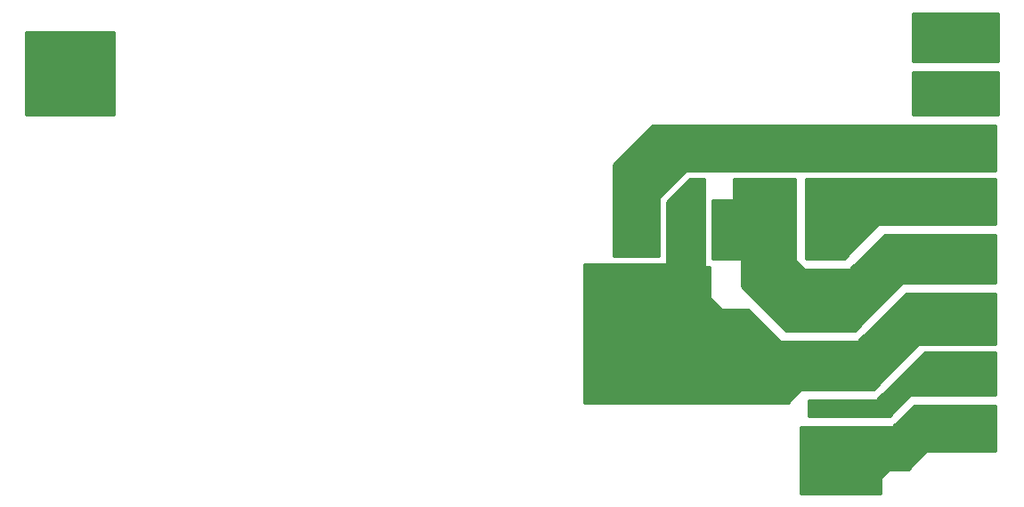
<source format=gbp>
G04 #@! TF.GenerationSoftware,KiCad,Pcbnew,5.0.2-bee76a0~70~ubuntu18.04.1*
G04 #@! TF.CreationDate,2019-10-06T12:15:49+09:00*
G04 #@! TF.ProjectId,MRR_ESPE,4d52525f-4553-4504-952e-6b696361645f,v0.5*
G04 #@! TF.SameCoordinates,Original*
G04 #@! TF.FileFunction,Paste,Bot*
G04 #@! TF.FilePolarity,Positive*
%FSLAX46Y46*%
G04 Gerber Fmt 4.6, Leading zero omitted, Abs format (unit mm)*
G04 Created by KiCad (PCBNEW 5.0.2-bee76a0~70~ubuntu18.04.1) date Sun 06 Oct 2019 12:15:49 PM JST*
%MOMM*%
%LPD*%
G01*
G04 APERTURE LIST*
%ADD10C,0.254000*%
G04 APERTURE END LIST*
D10*
G36*
X52959000Y-67183000D02*
X44577000Y-67183000D01*
X44577000Y-59309000D01*
X52959000Y-59309000D01*
X52959000Y-67183000D01*
X52959000Y-67183000D01*
G37*
X52959000Y-67183000D02*
X44577000Y-67183000D01*
X44577000Y-59309000D01*
X52959000Y-59309000D01*
X52959000Y-67183000D01*
G36*
X136779000Y-99187000D02*
X130302000Y-99187000D01*
X130253399Y-99196667D01*
X130212197Y-99224197D01*
X128471394Y-100965000D01*
X126746000Y-100965000D01*
X126697399Y-100974667D01*
X126656197Y-101002197D01*
X125894197Y-101764197D01*
X125866667Y-101805399D01*
X125857000Y-101854000D01*
X125857000Y-103251000D01*
X118237000Y-103251000D01*
X118237000Y-96901000D01*
X127000000Y-96901000D01*
X127048601Y-96891333D01*
X127089803Y-96863803D01*
X129084606Y-94869000D01*
X136779000Y-94869000D01*
X136779000Y-99187000D01*
X136779000Y-99187000D01*
G37*
X136779000Y-99187000D02*
X130302000Y-99187000D01*
X130253399Y-99196667D01*
X130212197Y-99224197D01*
X128471394Y-100965000D01*
X126746000Y-100965000D01*
X126697399Y-100974667D01*
X126656197Y-101002197D01*
X125894197Y-101764197D01*
X125866667Y-101805399D01*
X125857000Y-101854000D01*
X125857000Y-103251000D01*
X118237000Y-103251000D01*
X118237000Y-96901000D01*
X127000000Y-96901000D01*
X127048601Y-96891333D01*
X127089803Y-96863803D01*
X129084606Y-94869000D01*
X136779000Y-94869000D01*
X136779000Y-99187000D01*
G36*
X137033000Y-62103000D02*
X128905000Y-62103000D01*
X128905000Y-57531000D01*
X137033000Y-57531000D01*
X137033000Y-62103000D01*
X137033000Y-62103000D01*
G37*
X137033000Y-62103000D02*
X128905000Y-62103000D01*
X128905000Y-57531000D01*
X137033000Y-57531000D01*
X137033000Y-62103000D01*
G36*
X137033000Y-67183000D02*
X128905000Y-67183000D01*
X128905000Y-63119000D01*
X137033000Y-63119000D01*
X137033000Y-67183000D01*
X137033000Y-67183000D01*
G37*
X137033000Y-67183000D02*
X128905000Y-67183000D01*
X128905000Y-63119000D01*
X137033000Y-63119000D01*
X137033000Y-67183000D01*
G36*
X136779000Y-77597000D02*
X125730000Y-77597000D01*
X125681399Y-77606667D01*
X125640197Y-77634197D01*
X122375394Y-80899000D01*
X118745000Y-80899000D01*
X118745000Y-73279000D01*
X136779000Y-73279000D01*
X136779000Y-77597000D01*
X136779000Y-77597000D01*
G37*
X136779000Y-77597000D02*
X125730000Y-77597000D01*
X125681399Y-77606667D01*
X125640197Y-77634197D01*
X122375394Y-80899000D01*
X118745000Y-80899000D01*
X118745000Y-73279000D01*
X136779000Y-73279000D01*
X136779000Y-77597000D01*
G36*
X117729000Y-81026000D02*
X117738667Y-81074601D01*
X117766197Y-81115803D01*
X118528197Y-81877803D01*
X118569399Y-81905333D01*
X118618000Y-81915000D01*
X122936000Y-81915000D01*
X122984601Y-81905333D01*
X123025803Y-81877803D01*
X126290606Y-78613000D01*
X136779000Y-78613000D01*
X136779000Y-83185000D01*
X128016000Y-83185000D01*
X127967399Y-83194667D01*
X127926197Y-83222197D01*
X123391394Y-87757000D01*
X116892606Y-87757000D01*
X112649000Y-83513394D01*
X112649000Y-81026000D01*
X112639333Y-80977399D01*
X112611803Y-80936197D01*
X112570601Y-80908667D01*
X112522000Y-80899000D01*
X109855000Y-80899000D01*
X109855000Y-75311000D01*
X111760000Y-75311000D01*
X111808601Y-75301333D01*
X111849803Y-75273803D01*
X111877333Y-75232601D01*
X111887000Y-75184000D01*
X111887000Y-73279000D01*
X117729000Y-73279000D01*
X117729000Y-81026000D01*
X117729000Y-81026000D01*
G37*
X117729000Y-81026000D02*
X117738667Y-81074601D01*
X117766197Y-81115803D01*
X118528197Y-81877803D01*
X118569399Y-81905333D01*
X118618000Y-81915000D01*
X122936000Y-81915000D01*
X122984601Y-81905333D01*
X123025803Y-81877803D01*
X126290606Y-78613000D01*
X136779000Y-78613000D01*
X136779000Y-83185000D01*
X128016000Y-83185000D01*
X127967399Y-83194667D01*
X127926197Y-83222197D01*
X123391394Y-87757000D01*
X116892606Y-87757000D01*
X112649000Y-83513394D01*
X112649000Y-81026000D01*
X112639333Y-80977399D01*
X112611803Y-80936197D01*
X112570601Y-80908667D01*
X112522000Y-80899000D01*
X109855000Y-80899000D01*
X109855000Y-75311000D01*
X111760000Y-75311000D01*
X111808601Y-75301333D01*
X111849803Y-75273803D01*
X111877333Y-75232601D01*
X111887000Y-75184000D01*
X111887000Y-73279000D01*
X117729000Y-73279000D01*
X117729000Y-81026000D01*
G36*
X109088276Y-81534000D02*
X109097943Y-81582601D01*
X109125473Y-81623803D01*
X109166675Y-81651333D01*
X109215276Y-81661000D01*
X109596276Y-81661000D01*
X109596276Y-84582000D01*
X109605943Y-84630601D01*
X109633473Y-84671803D01*
X110649473Y-85687803D01*
X110690675Y-85715333D01*
X110739276Y-85725000D01*
X113226670Y-85725000D01*
X116237473Y-88735803D01*
X116278675Y-88763333D01*
X116327276Y-88773000D01*
X123693276Y-88773000D01*
X123741877Y-88763333D01*
X123783079Y-88735803D01*
X128317882Y-84201000D01*
X136774276Y-84201000D01*
X136774276Y-89027000D01*
X129535276Y-89027000D01*
X129486675Y-89036667D01*
X129445473Y-89064197D01*
X125164670Y-93345000D01*
X118359276Y-93345000D01*
X118310675Y-93354667D01*
X118269473Y-93382197D01*
X117036670Y-94615000D01*
X97658276Y-94615000D01*
X97658276Y-81407000D01*
X105405276Y-81407000D01*
X105453877Y-81397333D01*
X105495079Y-81369803D01*
X105522609Y-81328601D01*
X105532276Y-81280000D01*
X105532276Y-75490606D01*
X107743882Y-73279000D01*
X109088276Y-73279000D01*
X109088276Y-81534000D01*
X109088276Y-81534000D01*
G37*
X109088276Y-81534000D02*
X109097943Y-81582601D01*
X109125473Y-81623803D01*
X109166675Y-81651333D01*
X109215276Y-81661000D01*
X109596276Y-81661000D01*
X109596276Y-84582000D01*
X109605943Y-84630601D01*
X109633473Y-84671803D01*
X110649473Y-85687803D01*
X110690675Y-85715333D01*
X110739276Y-85725000D01*
X113226670Y-85725000D01*
X116237473Y-88735803D01*
X116278675Y-88763333D01*
X116327276Y-88773000D01*
X123693276Y-88773000D01*
X123741877Y-88763333D01*
X123783079Y-88735803D01*
X128317882Y-84201000D01*
X136774276Y-84201000D01*
X136774276Y-89027000D01*
X129535276Y-89027000D01*
X129486675Y-89036667D01*
X129445473Y-89064197D01*
X125164670Y-93345000D01*
X118359276Y-93345000D01*
X118310675Y-93354667D01*
X118269473Y-93382197D01*
X117036670Y-94615000D01*
X97658276Y-94615000D01*
X97658276Y-81407000D01*
X105405276Y-81407000D01*
X105453877Y-81397333D01*
X105495079Y-81369803D01*
X105522609Y-81328601D01*
X105532276Y-81280000D01*
X105532276Y-75490606D01*
X107743882Y-73279000D01*
X109088276Y-73279000D01*
X109088276Y-81534000D01*
G36*
X136779000Y-93853000D02*
X128778000Y-93853000D01*
X128729399Y-93862667D01*
X128688197Y-93890197D01*
X126693394Y-95885000D01*
X118999000Y-95885000D01*
X118999000Y-94361000D01*
X125476000Y-94361000D01*
X125524601Y-94351333D01*
X125565803Y-94323803D01*
X130100606Y-89789000D01*
X136779000Y-89789000D01*
X136779000Y-93853000D01*
X136779000Y-93853000D01*
G37*
X136779000Y-93853000D02*
X128778000Y-93853000D01*
X128729399Y-93862667D01*
X128688197Y-93890197D01*
X126693394Y-95885000D01*
X118999000Y-95885000D01*
X118999000Y-94361000D01*
X125476000Y-94361000D01*
X125524601Y-94351333D01*
X125565803Y-94323803D01*
X130100606Y-89789000D01*
X136779000Y-89789000D01*
X136779000Y-93853000D01*
G36*
X136779000Y-72517000D02*
X107442000Y-72517000D01*
X107393399Y-72526667D01*
X107352197Y-72554197D01*
X104812197Y-75094197D01*
X104784667Y-75135399D01*
X104775000Y-75184000D01*
X104775000Y-80645000D01*
X100457000Y-80645000D01*
X100457000Y-71934606D01*
X104192606Y-68199000D01*
X136779000Y-68199000D01*
X136779000Y-72517000D01*
X136779000Y-72517000D01*
G37*
X136779000Y-72517000D02*
X107442000Y-72517000D01*
X107393399Y-72526667D01*
X107352197Y-72554197D01*
X104812197Y-75094197D01*
X104784667Y-75135399D01*
X104775000Y-75184000D01*
X104775000Y-80645000D01*
X100457000Y-80645000D01*
X100457000Y-71934606D01*
X104192606Y-68199000D01*
X136779000Y-68199000D01*
X136779000Y-72517000D01*
M02*

</source>
